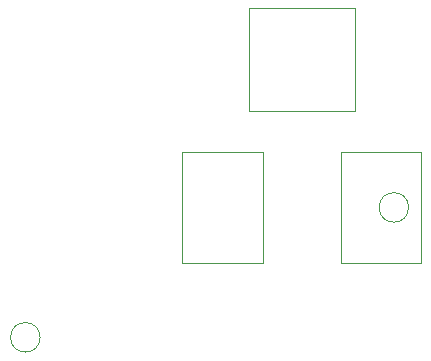
<source format=gbr>
%TF.GenerationSoftware,KiCad,Pcbnew,(5.1.5)-3*%
%TF.CreationDate,2020-06-01T09:44:55+02:00*%
%TF.ProjectId,speaker_grill,73706561-6b65-4725-9f67-72696c6c2e6b,rev?*%
%TF.SameCoordinates,PXbebc200PY5f5e100*%
%TF.FileFunction,Other,User*%
%FSLAX46Y46*%
G04 Gerber Fmt 4.6, Leading zero omitted, Abs format (unit mm)*
G04 Created by KiCad (PCBNEW (5.1.5)-3) date 2020-06-01 09:44:55*
%MOMM*%
%LPD*%
G04 APERTURE LIST*
%ADD10C,0.050000*%
G04 APERTURE END LIST*
D10*
%TO.C,REF\002A\002A*%
X-40950000Y21000000D02*
G75*
G03X-40950000Y21000000I-1250000J0D01*
G01*
X-72150000Y10000000D02*
G75*
G03X-72150000Y10000000I-1250000J0D01*
G01*
%TO.C,J3*%
X-46700000Y16280000D02*
X-46700000Y25720000D01*
X-39900000Y16280000D02*
X-46700000Y16280000D01*
X-39900000Y25720000D02*
X-39900000Y16280000D01*
X-46700000Y25720000D02*
X-39900000Y25720000D01*
%TO.C,J2*%
X-53300000Y25720000D02*
X-53300000Y16280000D01*
X-60100000Y25720000D02*
X-53300000Y25720000D01*
X-60100000Y16280000D02*
X-60100000Y25720000D01*
X-53300000Y16280000D02*
X-60100000Y16280000D01*
%TO.C,J1*%
X-45450000Y29200000D02*
X-45450000Y37850000D01*
X-54500000Y29200000D02*
X-45450000Y29200000D01*
X-54500000Y37850000D02*
X-54500000Y29200000D01*
X-45450000Y37850000D02*
X-54500000Y37850000D01*
%TD*%
M02*

</source>
